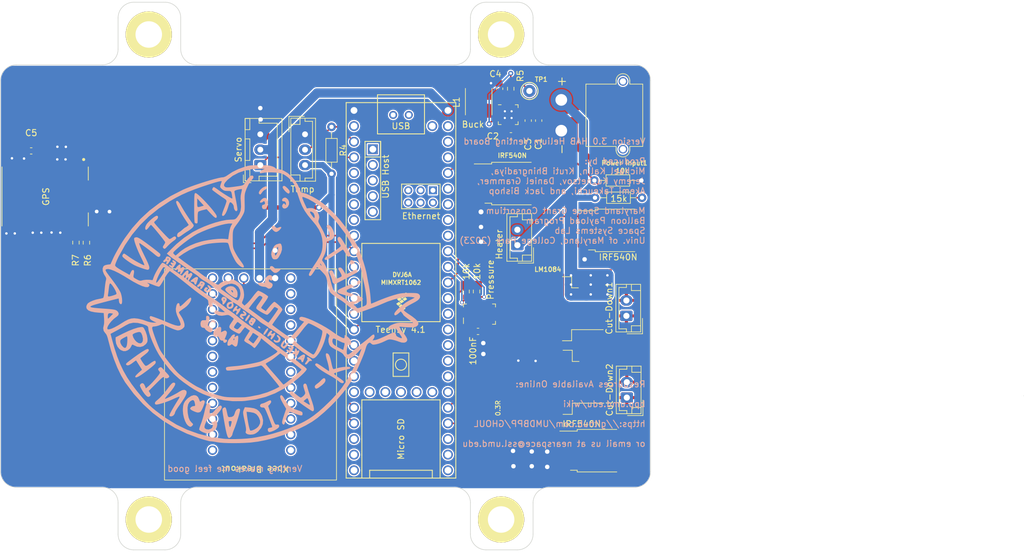
<source format=kicad_pcb>
(kicad_pcb (version 20221018) (generator pcbnew)
  (layers (0 "F.Cu" signal) (31 "B.Cu" signal) (34 "B.Paste" user) (35 "F.Paste" user) (36 "B.SilkS" user "B.Silkscreen") (37 "F.SilkS" user "F.Silkscreen") (38 "B.Mask" user) (39 "F.Mask" user) (44 "Edge.Cuts" user))
  (net 0 "")
  (net 1 "Servo PWM")
  (net 2 "Net-(Cut-Down1-In)")
  (net 3 "Nic2")
  (net 4 "Nic1")
  (net 5 "Net-(LM1084-ADJ1-VO)")
  (net 6 "GND")
  (net 7 "Feedback")
  (net 8 "Net-(Cut-Down1-Out)")
  (net 9 "Xbee DIn")
  (net 10 "Xbee DOut")
  (net 11 "SCL")
  (net 12 "SDA")
  (net 46 "Net-(MOSFET_H1-G)")
  (net 47 "Net-(MOSFET_H1-D)")
  (net 48 "Vdiv")
  (net 51 "+BATT")
  (net 52 "Temp_Data")
  (net 53 "Net-(L1-Pad1)")
  (net 54 "Net-(U4-PG)")
  (net 55 "Net-(U4-SS{slash}TR)")
  (net 56 "+5V")
  (net 58 "Baro_SDA")
  (net 59 "Baro_SCL")
  (net 67 "Net-(U3-RXD{slash}SPI_MOSI)")
  (net 68 "Net-(U3-TXD{slash}SPI_MISO)")
  (net 72 "Net-(U3-RF_IN)")
  (net 73 "GPSRx")
  (net 79 "GPSTx")
  (net 88 "Net-(Cut-Down2-In)")
  (net 89 "+3.3V")
  (footprint "Resistor_SMD:R_0603_1608Metric_Pad0.98x0.95mm_HandSolder" (layer "F.Cu") (at 171.275 105.225 90)
    (fp_text reference "10k")
    (fp_text value "10k")
  )
  (footprint "Resistor_SMD:R_0603_1608Metric_Pad0.98x0.95mm_HandSolder" (layer "F.Cu") (at 106.3 97.2875 -90)
    (fp_text reference "R7")
    (fp_text value "220")
  )
  (footprint "Resistor_SMD:R_0603_1608Metric_Pad0.98x0.95mm_HandSolder" (layer "F.Cu") (at 108 97.3 90)
    (fp_text reference "R6")
    (fp_text value "220")
  )
  (footprint "Resistor_SMD:R_0603_1608Metric_Pad0.98x0.95mm_HandSolder" (layer "F.Cu") (at 169.575 105.225 -90)
    (fp_text reference "10k")
    (fp_text value "10k")
  )
  (footprint "Package_DFN_QFN:VQFN-16-1EP_3x3mm_P0.5mm_EP1.68x1.68mm_ThermalVias" (layer "F.Cu") (at 176.41 76.5175)
    (fp_text reference "Buck")
    (fp_text value "TPS62133")
  )
  (footprint "Package_TO_SOT_SMD:TO-252-2" (layer "F.Cu") (at 193.84 95.3)
    (fp_text reference "IRF540N")
    (fp_text value "IRF540N")
  )
  (footprint "Capacitor_SMD:C_0603_1608Metric_Pad1.08x0.95mm_HandSolder" (layer "F.Cu") (at 176.8525 79.9475)
    (fp_text reference "C2")
    (fp_text value "3.3nF")
  )
  (footprint "Resistor_THT:R_Axial_DIN0204_L3.6mm_D1.6mm_P7.62mm_Horizontal" (layer "F.Cu") (at 147.755 78.495 -90)
    (fp_text reference "R4")
    (fp_text value "4.7K")
  )
  (footprint "Package_LGA:LGA-8_3x5mm_P1.25mm" (layer "F.Cu") (at 171.75 108.9 90)
    (fp_text reference "Pressure")
    (fp_text value "MS5607-02BA")
  )
  (footprint "mechanical:MountingHole_4.3mm_M4_DIN965_Pad" (layer "F.Cu") (at 175.26 63.5 180)
    (fp_text reference "REF**" hide)
    (fp_text value "MountingHole_4.3mm_M4_DIN965_Pad")
  )
  (footprint "Package_TO_SOT_SMD:TO-263-2" (layer "F.Cu") (at 181.975 119.97 180)
    (fp_text reference "0.3R")
    (fp_text value "03")
  )
  (footprint "CAM-M8Q-0:LCC100P960X1400X210-31N" (layer "F.Cu") (at 101.3 89.8 90)
    (fp_text reference "GPS")
    (fp_text value "CAM-M8Q-0")
  )
  (footprint "Package_TO_SOT_SMD:TO-252-2" (layer "F.Cu") (at 190.915 131.065)
    (fp_text reference "IRF540N")
    (fp_text value "IRF540N")
  )
  (footprint "mechanical:MountingHole_4.3mm_M4_DIN965_Pad" (layer "F.Cu") (at 118.11 63.5 180)
    (fp_text reference "REF**" hide)
    (fp_text value "MountingHole_4.3mm_M4_DIN965_Pad")
  )
  (footprint "Resistor_THT:R_Axial_DIN0204_L3.6mm_D1.6mm_P7.62mm_Horizontal" (layer "F.Cu") (at 190.49 90)
    (fp_text reference "15k")
    (fp_text value "15K")
  )
  (footprint "Connector_JST:JST_EH_B2B-EH-A_1x02_P2.50mm_Vertical" (layer "F.Cu") (at 177.9 97.7 90)
    (fp_text reference "Heater")
    (fp_text value "Heater")
  )
  (footprint "Capacitor_SMD:C_0603_1608Metric_Pad1.08x0.95mm_HandSolder" (layer "F.Cu") (at 171.5125 111.7)
    (fp_text reference "100nF")
    (fp_text value "100nF")
  )
  (footprint "Package_TO_SOT_SMD:TO-263-3_TabPin2" (layer "F.Cu") (at 181.875 108.025 180)
    (fp_text reference "LM1084")
    (fp_text value "LM1084-ADJ")
  )
  (footprint "Resistor_THT:R_Axial_DIN0204_L3.6mm_D1.6mm_P7.62mm_Horizontal" (layer "F.Cu") (at 190.39 87.2)
    (fp_text reference "10k")
    (fp_text value "10K")
  )
  (footprint "mechanical:MountingHole_4.3mm_M4_DIN965_Pad" (layer "F.Cu") (at 118.11 142.24)
    (fp_text reference "REF**" hide)
    (fp_text value "MountingHole_4.3mm_M4_DIN965_Pad")
  )
  (footprint "mechanical:MountingHole_4.3mm_M4_DIN965_Pad" (layer "F.Cu") (at 175.26 142.24)
    (fp_text reference "REF**" hide)
    (fp_text value "MountingHole_4.3mm_M4_DIN965_Pad")
  )
  (footprint "GHOULFootPrints:XBee Explorer" (layer "F.Cu") (at 148.56 101.55 180)
    (fp_text reference "Xbee Breakout")
    (fp_text value "Xbee")
  )
  (footprint "Resistor_SMD:R_0603_1608Metric_Pad0.98x0.95mm_HandSolder" (layer "F.Cu") (at 176.82 72.3075 90)
    (fp_text reference "R5")
    (fp_text value "100k")
  )
  (footprint "Capacitor_SMD:C_0603_1608Metric_Pad1.08x0.95mm_HandSolder" (layer "F.Cu") (at 175.02 72.3075 90)
    (fp_text reference "C4")
    (fp_text value "22uF")
  )
  (footprint "Connector_AMASS:AMASS_XT30PW-M_1x02_P2.50mm_Horizontal" (layer "F.Cu") (at 185.02 79.12 -90)
    (fp_text reference "Power Input1")
    (fp_text value "Conn_01x02")
  )
  (footprint "Connector_JST:JST_XH_B3B-XH-A_1x03_P2.50mm_Vertical" (layer "F.Cu") (at 136.2 84.7 90)
    (fp_text reference "Servo")
    (fp_text value "Motor_Servo")
  )
  (footprint "Connector_JST:JST_EH_B2B-EH-A_1x02_P2.50mm_Vertical" (layer "F.Cu") (at 195.65 122.45 90)
    (fp_text reference "Cut-Down2")
    (fp_text value "NichromeConnector")
  )
  (footprint "Connector_JST:JST_EH_B2B-EH-A_1x02_P2.50mm_Vertical" (layer "F.Cu") (at 195.58 109.18 90)
    (fp_text reference "Cut-Down1")
    (fp_text value "NichromeConnector")
  )
  (footprint "teensy.pretty-master:Teensy41" (layer "F.Cu") (at 159.0184 105.04 -90)
    (fp_text reference "Teensy 4.1")
    (fp_text value "Teensy4.1")
  )
  (footprint "Inductor_SMD:L_Coilcraft_XxL4040" (layer "F.Cu") (at 171.62 74.4075 90)
    (fp_text reference "L1")
    (fp_text value "1uH")
  )
  (footprint "Connector_JST:JST_EH_B3B-EH-A_1x03_P2.50mm_Vertical" (layer "F.Cu") (at 143.455 79.705 -90)
    (fp_text reference "Temp")
    (fp_text value "DS18S20")
  )
  (footprint "Capacitor_SMD:C_0603_1608Metric_Pad1.08x0.95mm_HandSolder" (layer "F.Cu") (at 181.3525 77.4825 -90)
    (fp_text reference "C1")
    (fp_text value "10uF")
  )
  (footprint "Package_TO_SOT_SMD:TO-252-2" (layer "F.Cu") (at 177.04 87.7)
    (fp_text reference "IRF540N")
    (fp_text value "IRF540N")
  )
  (footprint "Capacitor_SMD:C_0603_1608Metric_Pad1.08x0.95mm_HandSolder" (layer "F.Cu") (at 99.0375 82.4 180)
    (fp_text reference "C5")
    (fp_text value "4.7uF")
  )
  (footprint "Capacitor_SMD:C_0603_1608Metric_Pad1.08x0.95mm_HandSolder" (layer "F.Cu") (at 179.6525 77.4825 90)
    (fp_text reference "C3")
    (fp_text value "0.1uF")
  )
  (footprint "TestPoint:TestPoint_Keystone_5000-5004_Miniature" (layer "F.Cu") (at 179.8475 72.6675 180)
    (fp_text reference "TP1")
    (fp_text value "TestPoint")
  )
  (footprint "LOGO" (layer "B.Cu") (at 134.112 107.95 180)
    (fp_text reference "G***" hide)
    (fp_text value "LOGO" hide)
  )
  (gr_line (start 125.833949 68.423949) (end 167.743949 68.423949) (stroke (width 0.1)) (layer "Edge.Cuts"))
  (gr_arc (start 170.283949 65.883949) (mid 169.54 67.68) (end 167.743949 68.423949) (stroke (width 0.1)) (layer "Edge.Cuts"))
  (gr_line (start 182.983949 137.003949) (end 196.953949 137.003949) (stroke (width 0.1)) (layer "Edge.Cuts"))
  (gr_line (start 172.823949 147.163949) (end 177.903949 147.163949) (stroke (width 0.1)) (layer "Edge.Cuts"))
  (gr_arc (start 182.983949 68.423949) (mid 181.187898 67.68) (end 180.443949 65.883949) (stroke (width 0.1)) (layer "Edge.Cuts"))
  (gr_arc (start 113.133949 60.803949) (mid 113.877898 59.007898) (end 115.673949 58.263949) (stroke (width 0.1)) (layer "Edge.Cuts"))
  (gr_line (start 180.443949 144.623949) (end 180.443949 139.543949) (stroke (width 0.1)) (layer "Edge.Cuts"))
  (gr_line (start 199.493949 134.463949) (end 199.493949 70.963949) (stroke (width 0.1)) (layer "Edge.Cuts"))
  (gr_line (start 125.833949 137.003949) (end 167.743949 137.003949) (stroke (width 0.1)) (layer "Edge.Cuts"))
  (gr_arc (start 123.293949 139.543949) (mid 124.037898 137.747898) (end 125.833949 137.003949) (stroke (width 0.1)) (layer "Edge.Cuts"))
  (gr_arc (start 123.293949 144.623949) (mid 122.55 146.42) (end 120.753949 147.163949) (stroke (width 0.1)) (layer "Edge.Cuts"))
  (gr_arc (start 113.133949 65.883949) (mid 112.39 67.68) (end 110.593949 68.423949) (stroke (width 0.1)) (layer "Edge.Cuts"))
  (gr_arc (start 94.083949 70.963949) (mid 94.827898 69.167898) (end 96.623949 68.423949) (stroke (width 0.1)) (layer "Edge.Cuts"))
  (gr_line (start 170.283949 65.883949) (end 170.283949 60.803949) (stroke (width 0.1)) (layer "Edge.Cuts"))
  (gr_arc (start 170.283949 60.803949) (mid 171.027898 59.007898) (end 172.823949 58.263949) (stroke (width 0.1)) (layer "Edge.Cuts"))
  (gr_arc (start 125.833949 68.423949) (mid 124.037898 67.68) (end 123.293949 65.883949) (stroke (width 0.1)) (layer "Edge.Cuts"))
  (gr_line (start 115.673949 147.163949) (end 120.753949 147.163949) (stroke (width 0.1)) (layer "Edge.Cuts"))
  (gr_arc (start 199.493949 134.463949) (mid 198.75 136.26) (end 196.953949 137.003949) (stroke (width 0.1)) (layer "Edge.Cuts"))
  (gr_line (start 170.283949 139.543949) (end 170.283949 144.623949) (stroke (width 0.1)) (layer "Edge.Cuts"))
  (gr_arc (start 167.743949 137.003949) (mid 169.54 137.747898) (end 170.283949 139.543949) (stroke (width 0.1)) (layer "Edge.Cuts"))
  (gr_line (start 172.823949 58.263949) (end 177.903949 58.263949) (stroke (width 0.1)) (layer "Edge.Cuts"))
  (gr_line (start 123.293949 60.803949) (end 123.293949 65.883949) (stroke (width 0.1)) (layer "Edge.Cuts"))
  (gr_arc (start 110.593949 137.003949) (mid 112.39 137.747898) (end 113.133949 139.543949) (stroke (width 0.1)) (layer "Edge.Cuts"))
  (gr_line (start 180.443949 60.803949) (end 180.443949 65.883949) (stroke (width 0.1)) (layer "Edge.Cuts"))
  (gr_line (start 115.673949 58.263949) (end 120.753949 58.263949) (stroke (width 0.1)) (layer "Edge.Cuts"))
  (gr_line (start 182.983949 68.423949) (end 196.953949 68.423949) (stroke (width 0.1)) (layer "Edge.Cuts"))
  (gr_arc (start 172.823949 147.163949) (mid 171.027898 146.42) (end 170.283949 144.623949) (stroke (width 0.1)) (layer "Edge.Cuts"))
  (gr_arc (start 115.673949 147.163949) (mid 113.877898 146.42) (end 113.133949 144.623949) (stroke (width 0.1)) (layer "Edge.Cuts"))
  (gr_line (start 96.623949 68.423949) (end 110.593949 68.423949) (stroke (width 0.1)) (layer "Edge.Cuts"))
  (gr_arc (start 180.443949 139.543949) (mid 181.187898 137.747898) (end 182.983949 137.003949) (stroke (width 0.1)) (layer "Edge.Cuts"))
  (gr_arc (start 96.623949 137.003949) (mid 94.827898 136.26) (end 94.083949 134.463949) (stroke (width 0.1)) (layer "Edge.Cuts"))
  (gr_arc (start 196.953949 68.423949) (mid 198.75 69.167898) (end 199.493949 70.963949) (stroke (width 0.1)) (layer "Edge.Cuts"))
  (gr_line (start 260.03 122.155) (end 260.03 122.155) (stroke (width 0.1)) (layer "Edge.Cuts"))
  (gr_line (start 94.083949 70.963949) (end 94.083949 134.463949) (stroke (width 0.1)) (layer "Edge.Cuts"))
  (gr_line (start 123.293949 144.623949) (end 123.293949 139.543949) (stroke (width 0.1)) (layer "Edge.Cuts"))
  (gr_line (start 113.133949 139.543949) (end 113.133949 144.623949) (stroke (width 0.1)) (layer "Edge.Cuts"))
  (gr_line (start 113.133949 65.883949) (end 113.133949 60.803949) (stroke (width 0.1)) (layer "Edge.Cuts"))
  (gr_arc (start 177.903949 58.263949) (mid 179.7 59.007898) (end 180.443949 60.803949) (stroke (width 0.1)) (layer "Edge.Cuts"))
  (gr_line (start 96.623949 137.003949) (end 110.593949 137.003949) (stroke (width 0.1)) (layer "Edge.Cuts"))
  (gr_arc (start 120.753949 58.263949) (mid 122.55 59.007898) (end 123.293949 60.803949) (stroke (width 0.1)) (layer "Edge.Cuts"))
  (gr_arc (start 180.443949 144.623949) (mid 179.7 146.42) (end 177.903949 147.163949) (stroke (width 0.1)) (layer "Edge.Cuts"))
  (gr_text "Version 3.0 HAB Helium Venting Board \n\nProduced by:\nMichael Kalin, Kruti Bhingradiya, \nJeremy Kuznetsov, Daniel Grammer, \nAkemi Takeuchi, and Jack Bishop\n\nMaryland Space Grant Consortium\nBalloon Payload Program\nSpace Systems Lab\nUniv. of Maryland, College Park (2023)" (at 198.755 88.9) (layer "B.SilkS") (effects (font (size 1 1)) (justify left mirror)))
  (gr_text "Venting makes me feel good" (at 132.08 133.985) (layer "B.SilkS") (effects (font (size 1 1)) (justify mirror)))
  (gr_text "Resources Available Online:\n\nbpp.umd.edu/wiki\n\nhttps://github.com/UMDBPP/GHOUL\n\nor email us at nearspace@ssl.umd.edu" (at 198.755 125.095) (layer "B.SilkS") (effects (font (size 1 1)) (justify left mirror)))
  (segment (start 136.2 84.7) (end 137.45 83.45) (width 0.25) (layer "F.Cu") (net 1))
  (segment (start 137.45 83.45) (end 151.3984 83.45) (width 0.25) (layer "F.Cu") (net 1))
  (segment (start 189.525 110.565) (end 193.685 110.565) (width 0.25) (layer "F.Cu") (net 2))
  (segment (start 193.685 110.565) (end 193.7 110.55) (width 0.25) (layer "F.Cu") (net 2))
  (segment (start 183.72 126.63) (end 166.6384 126.63) (width 0.25) (layer "F.Cu") (net 3))
  (segment (start 185.875 128.785) (end 183.72 126.63) (width 0.25) (layer "F.Cu") (net 3))
  (segment (start 174.87 115.8584) (end 174.87 103.03) (width 0.25) (layer "F.Cu") (net 4))
  (segment (start 166.6384 124.09) (end 174.87 115.8584) (width 0.25) (layer "F.Cu") (net 4))
  (segment (start 174.87 103.03) (end 184.88 93.02) (width 0.25) (layer "F.Cu") (net 4))
  (segment (start 184.88 93.02) (end 188.8 93.02) (width 0.25) (layer "F.Cu") (net 4))
  (segment (start 189.525 108.025) (end 180.375 108.025) (width 2) (layer "F.Cu") (net 5))
  (segment (start 136.2 77.35) (end 136.25 77.3) (width 2.9) (layer "F.Cu") (net 6))
  (segment (start 173.625 109.975) (end 173.625 111.11) (width 0.25) (layer "F.Cu") (net 6))
  (segment (start 172.375 113.595) (end 172.37 113.6) (width 0.25) (layer "F.Cu") (net 6))
  (segment (start 136.2 79.7) (end 136.2 77.35) (width 2.9) (layer "F.Cu") (net 6))
  (segment (start 188.8 97.58) (end 188.8 100) (width 2) (layer "F.Cu") (net 6))
  (segment (start 136.25 77.3) (end 136.2 77.25) (width 2.9) (layer "F.Cu") (net 6))
  (segment (start 175.02 71.445) (end 173.6575 71.445) (width 1) (layer "F.Cu") (net 6))
  (segment (start 172.375 111.7) (end 172.375 112.36) (width 1.5) (layer "F.Cu") (net 6))
  (segment (start 138.61 103.05) (end 138.61 98.56) (width 2) (layer "F.Cu") (net 6))
  (segment (start 136.2 77.25) (end 136.2 75.45) (width 2.9) (layer "F.Cu") (net 6))
  (segment (start 193.1 87.2) (end 185.02 79.12) (width 1) (layer "F.Cu") (net 6))
  (segment (start 176.16 75.055) (end 176.16 76.2675) (width 0.25) (layer "F.Cu") (net 6))
  (segment (start 147.33 75.83) (end 151.3984 75.83) (width 2) (layer "F.Cu") (net 6))
  (segment (start 172.37 115.36) (end 172.38 115.37) (width 0.25) (layer "F.Cu") (net 6))
  (segment (start 173.625 111.11) (end 172.375 112.36) (width 0.25) (layer "F.Cu") (net 6))
  (segment (start 176.41 75.805) (end 176.41 76.5175) (width 0.25) (layer "F.Cu") (net 6))
  (segment (start 172.375 109.975) (end 172.375 111.7) (width 0.25) (layer "F.Cu") (net 6))
  (segment (start 172 94.85) (end 172 89.98) (width 2) (layer "F.Cu") (net 6))
  (segment (start 172.37 113.6) (end 172.37 115.36) (width 1.5) (layer "F.Cu") (net 6))
  (segment (start 172 94.85) (end 172 97.15) (width 2) (layer "F.Cu") (net 6))
  (segment (start 143.455 79.705) (end 147.33 75.83) (width 2) (layer "F.Cu") (net 6))
  (segment (start 173.6575 71.445) (end 173.62 71.4075) (width 0.25) (layer "F.Cu") (net 6))
  (segment (start 176.16 76.2675) (end 176.41 76.5175) (width 0.25) (layer "F.Cu") (net 6))
  (segment (start 107.9 87.8) (end 108.9 87.8) (width 0.5) (layer "F.Cu") (net 6))
  (segment (start 198.01 87.2) (end 193.1 87.2) (width 1) (layer "F.Cu") (net 6))
  (segment (start 175.66 75.055) (end 176.41 75.805) (width 0.25) (layer "F.Cu") (net 6))
  (segment (start 108.9 87.8) (end 109.66 88.56) (width 0.5) (layer "F.Cu") (net 6))
  (segment (start 172.375 112.36) (end 172.375 113.595) (width 1.5) (layer "F.Cu") (net 6))
  (segment (start 109.66 88.56) (end 109.66 92.24) (width 0.5) (layer "F.Cu") (net 6))
  (via (at 103.27 83.78) (size 0.6) (drill 0.4) (layers "F.Cu" "B.Cu") (net 6))
  (via (at 136.2 75.45) (size 1.2) (drill 0.72) (layers "F.Cu" "B.Cu") (net 6))
  (via (at 138.61 98.56) (size 1.2) (drill 0.8) (layers "F.Cu" "B.Cu") (net 6))
  (via (at 172.37 113.6) (size 1.2) (drill 0.72) (layers "F.Cu" "B.Cu") (net 6))
  (via (at 109.66 92.24) (size 1) (drill 0.6) (layers "F.Cu" "B.Cu") (net 6))
  (via (at 182.74 133.7) (size 1.2) (drill 0.72) (layers "F.Cu" "B.Cu") (net 6))
  (via (at 99.29 95.68) (size 0.6) (drill 0.4) (layers "F.Cu" "B.Cu") (net 6))
  (via (at 102.34 95.65) (size 0.6) (drill 0.4) (layers "F.Cu" "B.Cu") (net 6))
  (via (at 104.61 83.78) (size 0.6) (drill 0.4) (layers "F.Cu" "B.Cu") (net 6))
  (via (at 178.05 116.45) (size 0.8) (drill 0.4) (layers "F.Cu" "B.Cu") (net 6))
  (via (at 173.62 71.4075) (size 0.8) (drill 0.4) (layers "F.Cu" "B.Cu") (net 6))
  (via (at 180.23 133.59) (size 1.2) (drill 0.72) (layers "F.Cu" "B.Cu") (net 6))
  (via (at 100.68 95.68) (size 0.6) (drill 0.4) (layers "F.Cu" "B.Cu") (net 6))
  (via (at 97.88 83.64) (size 0.6) (drill 0.4) (layers "F.Cu" "B.Cu") (net 6))
  (via (at 95.92 83.6) (size 0.6) (drill 0.4) (layers "F.Cu" "B.Cu") (net 6))
  (via (at 177.19 131.1) (size 1.2) (drill 0.72) (layers "F.Cu" "B.Cu") (net 6))
  (via (at 172 94.75) (size 1.2) (drill 0.72) (layers "F.Cu" "B.Cu") (net 6))
  (via (at 177.26 133.59) (size 1.2) (drill 0.72) (layers "F.Cu" "B.Cu") (net 6))
  (via (at 103.29 81.73) (size 0.6) (drill 0.4) (layers "F.Cu" "B.Cu") (net 6))
  (via (at 111.74 92.26) (size 1) (drill 0.6) (layers "F.Cu" "B.Cu") (net 6))
  (via (at 104.66 81.74) (size 0.6) (drill 0.4) (layers "F.Cu" "B.Cu") (net 6))
  (via (at 180.85 116.5) (size 0.8) (drill 0.4) (layers "F.Cu" "B.Cu") (net 6))
  (via (at 182.74 131.22) (size 1.2) (drill 0.72) (layers "F.Cu" "B.Cu") (net 6))
  (via (at 172 97.15) (size 1.2) (drill 0.72) (layers "F.Cu" "B.Cu") (net 6))
  (via (at 96.38 95.8) (size 0.6) (drill 0.4) (layers "F.Cu" "B.Cu") (net 6))
  (via (at 136.25 77.3) (size 1.2) (drill 0.72) (layers "F.Cu" "B.Cu") (net 6))
  (via (at 95.02 95.8) (size 0.6) (drill 0.4) (layers "F.Cu" "B.Cu") (net 6))
  (via (at 172 92.3) (size 1.2) (drill 0.8) (layers "F.Cu" "B.Cu") (net 6))
  (via (at 103.76 95.68) (size 0.6) (drill 0.4) (layers "F.Cu" "B.Cu") (net 6))
  (via (at 188.8 100) (size 1.2) (drill 0.72) (layers "F.Cu" "B.Cu") (net 6))
  (via (at 172.38 115.37) (size 1.2) (drill 0.72) (layers "F.Cu" "B.Cu") (net 6))
  (via (at 180.23 131.2) (size 1.2) (drill 0.72) (layers "F.Cu" "B.Cu") (net 6))
  (segment (start 140.95 124.823) (end 149.5914 124.823) (width 0.25) (layer "F.Cu") (net 9))
  (segment (start 130.99 103.05) (end 130.99 114.863) (width 0.25) (layer "F.Cu") (net 9))
  (segment (start 149.5914 124.823) (end 151.3984 126.63) (width 0.25) (layer "F.Cu") (net 9))
  (segment (start 130.99 114.863) (end 140.95 124.823) (width 0.25) (layer "F.Cu") (net 9))
  (segment (start 133.53 112.207251) (end 141.065749 119.743) (width 0.25) (layer "F.Cu") (net 10))
  (segment (start 147.0514 119.743) (end 151.3984 124.09) (width 0.25) (layer "F.Cu") (net 10))
  (segment (start 133.53 103.05) (end 133.53 112.207251) (width 0.25) (layer "F.Cu") (net 10))
  (segment (start 141.065749 119.743) (end 147.0514 119.743) (width 0.25) (layer "F.Cu") (net 10))
  (segment (start 168.3 89.12) (end 168.3 102.1084) (width 0.25) (layer "F.Cu") (net 46))
  (segment (start 172 85.42) (end 168.3 89.12) (width 0.25) (layer "F.Cu") (net 46))
  (segment (start 168.3 102.1084) (end 166.6384 103.77) (width 0.25) (layer "F.Cu") (net 46))
  (segment (start 177.9 88.1) (end 178.3 87.7) (width 0.25) (layer "F.Cu") (net 47))
  (segment (start 198.11 90) (end 193.19 90) (width 0.25) (layer "F.Cu") (net 48))
  (segment (start 193.19 90) (end 190.39 87.2) (width 0.25) (layer "F.Cu") (net 48))
  (segment (start 168.8284 83.8) (end 166.6384 85.99) (width 0.25) (layer "F.Cu") (net 48))
  (segment (start 186.99 83.8) (end 168.8284 83.8) (width 0.25) (layer "F.Cu") (net 48))
  (segment (start 190.39 87.2) (end 186.99 83.8) (width 0.25) (layer "F.Cu") (net 48))
  (via (at 189.8 104.1) (size 0.8) (drill 0.4) (layers "F.Cu" "B.Cu") (net 51))
  (via (at 192.5 102.6) (size 0.8) (drill 0.4) (layers "F.Cu" "B.Cu") (net 51))
  (via (at 186.6 102.6) (size 0.8) (drill 0.4) (layers "F.Cu" "B.Cu") (net 51))
  (via (at 192.5 104.1) (size 0.8) (drill 0.4) (layers "F.Cu" "B.Cu") (net 51))
  (via (at 186.6 104.1) (size 0.8) (drill 0.4) (layers "F.Cu" "B.Cu") (net 51))
  (via (at 186.6 105.7) (size 0.8) (drill 0.4) (layers "F.Cu" "B.Cu") (net 51))
  (via (at 189.8 102.6) (size 0.8) (drill 0.4) (layers "F.Cu" "B.Cu") (net 51))
  (via (at 192.5 105.7) (size 0.8) (drill 0.4) (layers "F.Cu" "B.Cu") (net 51))
  (via (at 189.8 105.7) (size 0.8) (drill 0.4) (layers "F.Cu" "B.Cu") (net 51))
  (segment (start 185.947792 89.847792) (end 178.095584 97.7) (width 1.5) (layer "B.Cu") (net 51))
  (segment (start 188.6 77.7) (end 188.6 87.195584) (width 1.5) (layer "B.Cu") (net 51))
  (segment (start 192.5 102.6) (end 192.5 105.7) (width 2) (layer "B.Cu") (net 51))
  (segment (start 186.6 90.5) (end 186.6 102.6) (width 2) (layer "B.Cu") (net 51))
  (segment (start 186.6 104.1) (end 189.8 104.1) (width 2) (layer "B.Cu") (net 51))
  (segment (start 189.8 104.1) (end 192.5 104.1) (width 2) (layer "B.Cu") (net 51))
  (segment (start 185.947792 89.847792) (end 186.6 90.5) (width 0.25) (layer "B.Cu") (net 51))
  (segment (start 188.6 87.195584) (end 185.947792 89.847792) (width 1.5) (layer "B.Cu") (net 51))
  (segment (start 189.8 102.6) (end 192.5 102.6) (width 2) (layer "B.Cu") (net 51))
  (segment (start 186.6 102.6) (end 186.6 104.1) (width 2) (layer "B.Cu") (net 51))
  (segment (start 185.02 74.12) (end 188.6 77.7) (width 1.5) (layer "B.Cu") (net 51))
  (segment (start 189.1 105.7) (end 192.5 105.7) (width 2) (layer "B.Cu") (net 51))
  (segment (start 190.49 90) (end 186.1 90) (width 1) (layer "B.Cu") (net 51))
  (segment (start 186.1 90) (end 185.947792 89.847792) (width 0.25) (layer "B.Cu") (net 51))
  (segment (start 186.1 90) (end 186.4 90.3) (width 0.25) (layer "B.Cu") (net 51))
  (segment (start 178.095584 97.7) (end 177.9 97.7) (width 1.5) (layer "B.Cu") (net 51))
  (segment (start 186.6 104.1) (end 186.6 105.7) (width 2) (layer "B.Cu") (net 51))
  (segment (start 186.6 105.7) (end 189.1 105.7) (width 2) (layer "B.Cu") (net 51))
  (segment (start 186.6 102.6) (end 189.6 102.6) (width 2) (layer "B.Cu") (net 51))
  (segment (start 147.755 78.495) (end 144.045 82.205) (width 0.25) (layer "F.Cu") (net 52))
  (segment (start 144.045 82.205) (end 143.455 82.205) (width 0.25) (layer "F.Cu") (net 52))
  (segment (start 148.9834 78.495) (end 151.3984 80.91) (width 0.25) (layer "F.Cu") (net 52))
  (segment (start 147.755 78.495) (end 148.9834 78.495) (width 0.25) (layer "F.Cu") (net 52))
  (segment (start 176.82 69.8075) (end 176.82 71.395) (width 0.25) (layer "F.Cu") (net 54))
  (segment (start 178.575 71.395) (end 179.8475 72.6675) (width 0.25) (layer "F.Cu") (net 54))
  (segment (start 174.9475 77.2675) (end 174.06 77.2675) (width 0.25) (layer "F.Cu") (net 54))
  (segment (start 174.06 77.2675) (end 173.32 78.0075) (width 0.25) (layer "F.Cu") (net 54))
  (segment (start 176.82 71.395) (end 178.575 71.395) (width 0.25) (layer "F.Cu") (net 54))
  (via (at 173.32 78.0075) (size 0.8) (drill 0.4) (layers "F.Cu" "B.Cu") (net 54))
  (via (at 176.82 69.8075) (size 0.8) (drill 0.4) (layers "F.Cu" "B.Cu") (net 54))
  (segment (start 173.32 78.0075) (end 173.32 73.3075) (width 0.25) (layer "B.Cu") (net 54))
  (segment (start 173.32 73.3075) (end 176.82 69.8075) (width 0.25) (layer "B.Cu") (net 54))
  (segment (start 177.715 79.9475) (end 177.715 77.425) (width 0.25) (layer "F.Cu") (net 55))
  (segment (start 177.715 77.425) (end 177.8725 77.2675) (width 0.25) (layer "F.Cu") (net 55))
  (segment (start 169.2459 73.2225) (end 166.6384 75.83) (width 2) (layer "F.Cu") (net 56))
  (segment (start 171.62 73.2225) (end 169.2459 73.2225) (width 2) (layer "F.Cu") (net 56))
  (segment (start 136.07 95.63) (end 136.07 103.05) (width 1.5) (layer "B.Cu") (net 56))
  (segment (start 163.8084 73) (end 145.4 73) (width 1.5) (layer "B.Cu") (net 56))
  (segment (start 138.2 82.25) (end 138.2 93.5) (width 1.5) (layer "B.Cu") (net 56))
  (segment (start 145.4 73) (end 138.2 80.2) (width 1.5) (layer "B.Cu") (net 56))
  (segment (start 136.2 82.2) (end 138.15 82.2) (width 1.5) (layer "B.Cu") (net 56))
  (segment (start 138.15 82.2) (end 138.2 82.25) (width 0.25) (layer "B.Cu") (net 56))
  (segment (start 138.2 80.2) (end 138.2 82.25) (width 1.5) (layer "B.Cu") (net 56))
  (segment (start 166.6384 75.83) (end 163.8084 73) (width 1.5) (layer "B.Cu") (net 56))
  (segment (start 138.2 93.5) (end 136.07 95.63) (width 1.5) (layer "B.Cu") (net 56))
  (segment (start 171.125 106.2875) (end 171.125 107.825) (width 0.25) (layer "F.Cu") (net 58))
  (segment (start 171.3125 106.1) (end 171.275 106.1375) (width 0.25) (layer "F.Cu") (net 58))
  (segment (start 172.5 106.1) (end 171.3125 106.1) (width 0.25) (layer "F.Cu") (net 58))
  (segment (start 171.3125 106.1) (end 171.125 106.2875) (width 0.25) (layer "F.Cu") (net 58))
  (via (at 172.5 106.1) (size 0.6) (drill 0.4) (layers "F.Cu" "B.Cu") (net 58))
  (segment (start 172.5 104.5516) (end 166.6384 98.69) (width 0.25) (layer "B.Cu") (net 58))
  (segment (start 172.5 106.1) (end 172.5 104.5516) (width 0.25) (layer "B.Cu") (net 58))
  (segment (start 169.575 106.325) (end 169.575 106.1375) (width 0.25) (layer "F.Cu") (net 59))
  (segment (start 169.725 107.825) (end 169.875 107.825) (width 0.25) (layer "F.Cu") (net 59))
  (segment (start 168.9 107) (end 169.575 106.325) (width 0.25) (layer "F.Cu") (net 59))
  (segment (start 168.9 107) (end 169.725 107.825) (width 0.25) (layer "F.Cu") (net 59))
  (via (at 168.9 107) (size 0.6) (drill 0.4) (layers "F.Cu" "B.Cu") (net 59))
  (segment (start 168.9 107) (end 168.9 103.4916) (width 0.25) (layer "B.Cu") (net 59))
  (segment (start 168.9 103.4916) (end 166.6384 101.23) (width 0.25) (layer "B.Cu") (net 59))
  (segment (start 107.5 95.8875) (end 108 96.3875) (width 0.25) (layer "F.Cu") (net 67))
  (segment (start 107.5 94.2) (end 107.5 95.8875) (width 0.25) (layer "F.Cu") (net 67))
  (segment (start 106.5 94.2) (end 106.5 96.175) (width 0.25) (layer "F.Cu") (net 68))
  (segment (start 106.5 96.175) (end 106.3 96.375) (width 0.25) (layer "F.Cu") (net 68))
  (segment (start 149.9184 97.21) (end 151.3984 98.69) (width 0.25) (layer "F.Cu") (net 73))
  (segment (start 137.3 97.21) (end 149.9184 97.21) (width 0.25) (layer "F.Cu") (net 73))
  (segment (start 108 98.2125) (end 136.2975 98.2125) (width 0.25) (layer "F.Cu") (net 73))
  (segment (start 136.2975 98.2125) (end 137.3 97.21) (width 0.25) (layer "F.Cu") (net 73))
  (segment (start 107.1 97.4) (end 135.9 97.4) (width 0.25) (layer "F.Cu") (net 79))
  (segment (start 106.3 98.2) (end 107.1 97.4) (width 0.25) (layer "F.Cu") (net 79))
  (segment (start 135.9 97.4) (end 137.15 96.15) (width 0.25) (layer "F.Cu") (net 79))
  (segment (start 137.15 96.15) (end 151.3984 96.15) (width 0.25) (layer "F.Cu") (net 79))
  (segment (start 168.775 109.825) (end 168.2 109.25) (width 0.25) (layer "F.Cu") (net 89))
  (segment (start 115.01 91.59) (end 108.82 85.4) (width 0.7) (layer "F.Cu") (net 89))
  (segment (start 99.9 82.4) (end 102.04 80.26) (width 0.7) (layer "F.Cu") (net 89))
  (segment (start 151.3984 111.39) (end 152.5234 110.265) (width 0.25) (layer "F.Cu") (net 89))
  (segment (start 105.41 80.28) (end 107.5 82.37) (width 0.7) (layer "F.Cu") (net 89))
  (segment (start 168.2 105.6875) (end 169.575 104.3125) (width 0.25) (layer "F.Cu") (net 89))
  (segment (start 168.775 109.825) (end 170.65 111.7) (width 0.25) (layer "F.Cu") (net 89))
  (segment (start 168.2 109.25) (end 168.2 108.3) (width 0.25) (layer "F.Cu") (net 89))
  (segment (start 145.7 91.59) (end 115.01 91.59) (width 0.7) (layer "F.Cu") (net 89))
  (segment (start 107.5 82.37) (end 107.5 85.4) (width 0.7) (layer "F.Cu") (net 89))
  (segment (start 102.04 80.26) (end 105.39 80.26) (width 0.7) (layer "F.Cu") (net 89))
  (segment (start 168.335 110.265) (end 168.775 109.825) (width 0.25) (layer "F.Cu") (net 89))
  (segment (start 108.82 85.4) (end 107.5 85.4) (width 0.7) (layer "F.Cu") (net 89))
  (segment (start 152.5234 110.265) (end 168.335 110.265) (width 0.25) (layer "F.Cu") (net 89))
  (segment (start 168.2 108.3) (end 168.2 105.6875) (width 0.25) (layer "F.Cu") (net 89))
  (segment (start 105.39 80.26) (end 105.41 80.28) (width 0.25) (layer "F.Cu") (net 89))
  (via (at 145.7 91.59) (size 1) (drill 0.6) (layers "F.Cu" "B.Cu") (net 89))
  (segment (start 147.755 86.115) (end 147.755 89.535) (width 1) (layer "B.Cu") (net 89))
  (segment (start 143.455 84.705) (end 146.345 84.705) (width 1) (layer "B.Cu") (net 89))
  (segment (start 151.3984 111.39) (end 147.755 107.7466) (width 1) (layer "B.Cu") (net 89))
  (segment (start 147.755 107.7466) (end 147.755 89.535) (width 1) (layer "B.Cu") (net 89))
  (segment (start 146.345 84.705) (end 147.755 86.115) (width 1) (layer "B.Cu") (net 89))
  (segment (start 147.755 89.535) (end 145.7 91.59) (width 1) (layer "B.Cu") (net 89))
  (zone (net 2) (net_name "Net-(Cut-Down1-In)") (layer "F.Cu") (priority 12) (connect_pads thru_hole_only (clearance 0.127)) (min_thickness 0.25) (fill yes (thermal_gap 0.5) (thermal_bridge_width 0.5))
    (polygon (pts (xy 193.05 108.95) (xy 198.2 108.95) (xy 198.2 120.2) (xy 193.05 120.2)))
  )
  (zone (net 56) (net_name "+5V") (layer "F.Cu") (priority 3) (connect_pads yes (clearance 0.127)) (min_thickness 0.25) (fill yes (thermal_gap 0.5) (thermal_bridge_width 0.5))
    (polygon (pts (xy 177.72 74.0075) (xy 177.02 75.6075) (xy 176.42 75.6075) (xy 174.02 74.1075) (xy 168.92 74.1075) (xy 168.92 72.3075) (xy 177.72 72.3075)))
  )
  (zone (net 88) (net_name "Net-(Cut-Down2-In)") (layer "F.Cu") (priority 14) (connect_pads thru_hole_only (clearance 0.127)) (min_thickness 0.25) (fill yes (thermal_gap 0.5) (thermal_bridge_width 0.5))
    (polygon (pts (xy 197.8 122.2) (xy 193.9 122.2) (xy 193.85 126.95) (xy 197.75 126.95)))
  )
  (zone (net 6) (net_name "GND") (layer "F.Cu") (priority 26) (connect_pads yes (clearance 0.127)) (min_thickness 0.127) (fill yes (thermal_gap 0.508) (thermal_bridge_width 0.508))
    (polygon (pts (xy 187.5 130.12) (xy 187.5 135.01) (xy 187.46 135.05) (xy 176.17 135.05) (xy 176.14 135.02) (xy 176.14 130.12) (xy 176.15 130.11) (xy 178.12 130.12)))
  )
  (zone (net 6) (net_name "GND") (layer "F.Cu") (priority 20) (connect_pads yes (clearance 0.127)) (min_thickness 0.25) (fill yes (thermal_gap 0.5) (thermal_bridge_width 0.5) (island_removal_mode 1) (island_area_min 10))
    (polygon (pts (xy 102.96 81.38) (xy 102.96 86.49) (xy 102.98 86.51) (xy 105 86.51) (xy 105 83.18) (xy 105 81.38)))
  )
  (zone (net 6) (net_name "GND") (layer "F.Cu") (priority 22) (connect_pads yes (clearance 0.127)) (min_thickness 0.25) (fill yes (thermal_gap 0.5) (thermal_bridge_width 0.5))
    (polygon (pts (xy 98.99 93.48) (xy 101 93.48) (xy 101 96.59) (xy 98.99 96.59)))
  )
  (zone (net 5) (net_name "Net-(LM1084-ADJ1-VO)") (layer "F.Cu") (priority 16) (connect_pads yes (clearance 0.127)) (min_thickness 0.25) (fill yes (thermal_gap 0.5) (thermal_bridge_width 0.5))
    (polygon (pts (xy 185.45 102.3) (xy 185.45 110.05) (xy 192.45 114.25) (xy 192.45 118.65) (xy 186.5 118.65) (xy 185.6 114.15) (xy 175.2 114.1) (xy 175.675406 102.625406)))
  )
  (zone (net 6) (net_name "GND") (layer "F.Cu") (priority 23) (connect_pads yes (clearance 0.127)) (min_thickness 0.25) (fill yes (thermal_gap 0.5) (thermal_bridge_width 0.5))
    (polygon (pts (xy 102 93.21) (xy 102 96.57) (xy 104.15 96.57) (xy 104.15 93.21)))
  )
  (zone (net 6) (net_name "GND") (layer "F.Cu") (priority 7) (connect_pads yes (clearance 0.127)) (min_thickness 0.25) (fill yes (thermal_gap 0.5) (thermal_bridge_width 0.5))
    (polygon (pts (xy 173.15 110.8) (xy 174.35 110.7) (xy 174.35 106.8) (xy 172.95 106.8)))
  )
  (zone (net 2) (net_name "Net-(Cut-Down1-In)") (layer "F.Cu") (priority 13) (connect_pads yes (clearance 0.127)) (min_thickness 0.25) (fill yes (thermal_gap 0.5) (thermal_bridge_width 0.5))
    (polygon (pts (xy 193.05 120.2) (xy 192.45 123.4) (xy 186.8 123.3) (xy 186.8 121.1) (xy 186.85 121.1) (xy 193.05 116.95)))
  )
  (zone (net 47) (net_name "Net-(MOSFET_H1-D)") (layer "F.Cu") (priority 8) (connect_pads yes (clearance 0.127)) (min_thickness 0.25) (fill yes (thermal_gap 0.5) (thermal_bridge_width 0.5))
    (polygon (pts (xy 174.4 84.4) (xy 174.4 93.5) (xy 176.7 96.3) (xy 180.3 96.3) (xy 182.7 93.3) (xy 182.7 84.2)))
  )
  (zone (net 6) (net_name "GND") (layer "F.Cu") (priority 24) (connect_pads yes (clearance 0.127)) (min_thickness 0.25) (fill yes (thermal_gap 0.5) (thermal_bridge_width 0.5))
    (polygon (pts (xy 106.93 91.29) (xy 112.63 91.29) (xy 112.64 91.3) (xy 112.64 93.22) (xy 106.94 93.22) (xy 106.93 93.21)))
  )
  (zone (net 51) (net_name "+BATT") (layer "F.Cu") (priority 1) (connect_pads yes (clearance 0.127)) (min_thickness 0.25) (fill yes (thermal_gap 0.5) (thermal_bridge_width 0.5))
    (polygon (pts (xy 176.9 74.3) (xy 177.1 77.2) (xy 182.4 77.6) (xy 188.7 75.5) (xy 186 70.6)))
  )
  (zone (net 6) (net_name "GND") (layer "F.Cu") (priority 4) (connect_pads yes (clearance 0.127)) (min_thickness 0.25) (fill yes (thermal_gap 0.5) (thermal_bridge_width 0.5))
    (polygon (pts (xy 176.82 80.9075) (xy 177.92 78.6075) (xy 177.82 75.3075) (xy 175.02 75.4075) (xy 175.02 80.9075)))
  )
  (zone (net 6) (net_name "GND") (layer "F.Cu") (priority 21) (connect_pads yes (clearance 0.127)) (min_thickness 0.25) (fill yes (thermal_gap 0.5) (thermal_bridge_width 0.5))
    (polygon (pts (xy 94.57 93.49) (xy 97.01 93.49) (xy 97.01 96.61) (xy 94.57 96.61)))
  )
  (zone (net 89) (net_name "+3.3V") (layer "F.Cu") (priority 17) (connect_pads yes (clearance 0.127)) (min_thickness 0.25) (fill yes (thermal_gap 0.5) (thermal_bridge_width 0.5))
    (polygon (pts (xy 168.7 103.5) (xy 172.15 103.5) (xy 172.15 105.1) (xy 168.75 105.1) (xy 168.7 105.05)))
  )
  (zone (net 6) (net_name "GND") (layer "F.Cu") (priority 19) (connect_pads yes (clearance 0.127)) (min_thickness 0.25) (fill yes (thermal_gap 0.5) (thermal_bridge_width 0.5) (island_removal_mode 1) (island_area_min 10))
    (polygon (pts (xy 98.84 81.61) (xy 98.84 86.31) (xy 98.74 86.41) (xy 94.59 86.41) (xy 94.55 86.37) (xy 94.55 84.17) (xy 97.11 81.61)))
  )
  (zone (net 89) (net_name "+3.3V") (layer "F.Cu") (priority 6) (connect_pads yes (clearance 0.127)) (min_thickness 0.25) (fill yes (thermal_gap 0.5) (thermal_bridge_width 0.5))
    (polygon (pts (xy 171.45 112.6) (xy 169.75 112.5) (xy 168.95 109.2) (xy 171.65 109.2)))
  )
  (zone (net 6) (net_name "GND") (layer "F.Cu") (priority 5) (connect_pads yes (clearance 0.127)) (min_thickness 0.25) (fill yes (thermal_gap 0.5) (thermal_bridge_width 0.5))
    (polygon (pts (xy 187.7 76.8) (xy 187.7 81.7) (xy 182.5 81.7) (xy 178.4 78.9) (xy 178.7 77.7)))
  )
  (zone (net 53) (net_name "Net-(L1-Pad1)") (layer "F.Cu") (name "Inductor") (priority 2) (connect_pads yes (clearance 0.127)) (min_thickness 0.25) (fill yes (thermal_gap 0.5) (thermal_bridge_width 0.5))
    (polygon (pts (xy 175.52 77.0075) (xy 168.92 77.0075) (xy 168.92 74.1075) (xy 175.52 75.1075)))
  )
  (zone (net 8) (net_name "Net-(Cut-Down1-Out)") (layer "F.Cu") (priority 11) (connect_pads thru_hole_only (clearance 0.127)) (min_thickness 0.25) (fill yes (thermal_gap 0.5) (thermal_bridge_width 0.5))
    (polygon (pts (xy 198.9 98.5) (xy 197.6 106.9) (xy 193.8 106.9) (xy 193.8 98.5)))
  )
  (zone (net 51) (net_name "+BATT") (layer "F.Cu") (priority 9) (connect_pads yes (clearance 0.127)) (min_thickness 0.25) (fill yes (thermal_gap 0.5) (thermal_bridge_width 0.5))
    (polygon (pts (xy 185.9 101.6) (xy 185.9 106.6) (xy 193.2 106.6) (xy 193.2 101.6)))
  )
  (zone (net 89) (net_name "+3.3V") (layer "F.Cu") (priority 18) (connect_pads yes (clearance 0.127)) (min_thickness 0.25) (fill yes (thermal_gap 0.5) (thermal_bridge_width 0.5) (island_removal_mode 1) (island_area_min 10))
    (polygon (pts (xy 99.06 81.55) (xy 100.83 81.55) (xy 101.07 81.79) (xy 101.07 86.55) (xy 101.05 86.57) (xy 98.99 86.57) (xy 98.99 81.62)))
  )
  (zone (net 88) (net_name "Net-(Cut-Down2-In)") (layer "F.Cu") (priority 15) (connect_pads yes (clearance 0.127)) (min_thickness 0.25) (fill yes (thermal_gap 0.5) (thermal_bridge_width 0.5))
    (polygon (pts (xy 197.75 126.95) (xy 195.55 134.85) (xy 188.4 134.9) (xy 188.4 128.15) (xy 193.85 126.95)))
  )
  (zone (net 8) (net_name "Net-(Cut-Down1-Out)") (layer "F.Cu") (priority 10) (connect_pads yes (clearance 0.127)) (min_thickness 0.25) (fill yes (thermal_gap 0.5) (thermal_bridge_width 0.5))
    (polygon (pts (xy 191.5 98.5) (xy 198.9 98.5) (xy 198.9 91.9) (xy 191.5 91.9)))
  )
  (zone (net 72) (net_name "Net-(U3-RF_IN)") (layer "F.Cu") (name "RF") (priority 27) (connect_pads yes (clearance 0.127)) (min_thickness 0.25) (fill yes (thermal_gap 0.5) (thermal_bridge_width 0.5))
    (polygon (pts (xy 97.4 93.2) (xy 98.7 93.2) (xy 98.7 95) (xy 97.4 95)))
  )
  (zone (net 6) (net_name "GND") (layer "B.Cu") (connect_pads yes (clearance 0.127)) (min_thickness 0.127) (fill yes (thermal_gap 0.508) (thermal_bridge_width 0.508))
    (polygon (pts (xy 199.39 137.16) (xy 93.98 137.16) (xy 93.98 68.58) (xy 199.39 68.58)))
  )
)
</source>
